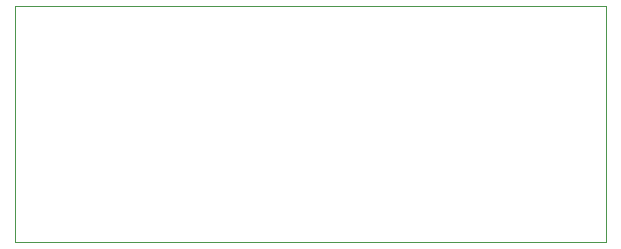
<source format=gm1>
%TF.GenerationSoftware,KiCad,Pcbnew,5.99.0-unknown-4920692bcd~125~ubuntu20.04.1*%
%TF.CreationDate,2021-04-18T13:07:44+02:00*%
%TF.ProjectId,USBMOUNT01A,5553424d-4f55-44e5-9430-31412e6b6963,rev?*%
%TF.SameCoordinates,Original*%
%TF.FileFunction,Profile,NP*%
%FSLAX46Y46*%
G04 Gerber Fmt 4.6, Leading zero omitted, Abs format (unit mm)*
G04 Created by KiCad (PCBNEW 5.99.0-unknown-4920692bcd~125~ubuntu20.04.1) date 2021-04-18 13:07:44*
%MOMM*%
%LPD*%
G01*
G04 APERTURE LIST*
%TA.AperFunction,Profile*%
%ADD10C,0.100000*%
%TD*%
G04 APERTURE END LIST*
D10*
X123631000Y-78903500D02*
X173637000Y-78903500D01*
X173637000Y-78903500D02*
X173637000Y-98896500D01*
X173637000Y-98896500D02*
X123631000Y-98896500D01*
X123631000Y-98896500D02*
X123631000Y-78903500D01*
M02*

</source>
